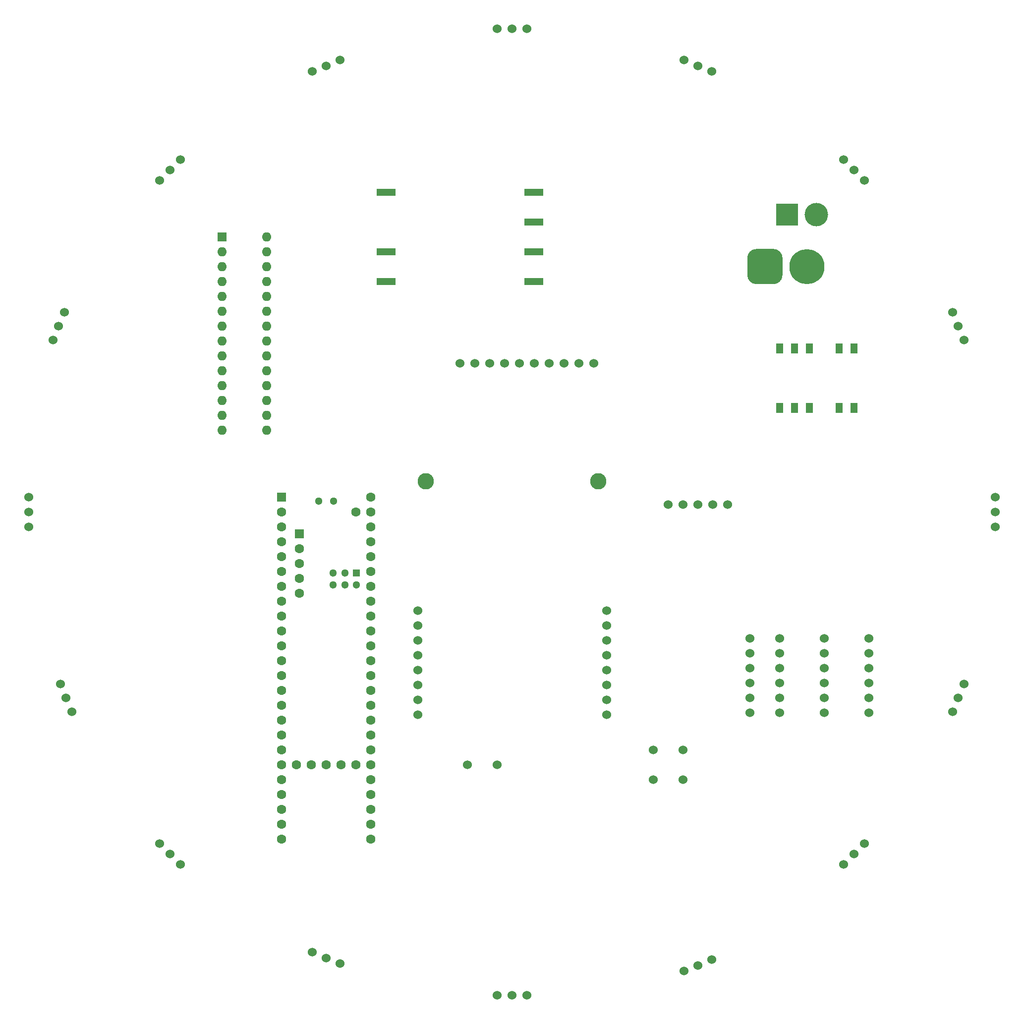
<source format=gbr>
%TF.GenerationSoftware,KiCad,Pcbnew,5.1.9+dfsg1-1+deb11u1*%
%TF.CreationDate,2024-06-09T13:45:24+02:00*%
%TF.ProjectId,pcb_boven,7063625f-626f-4766-956e-2e6b69636164,rev?*%
%TF.SameCoordinates,Original*%
%TF.FileFunction,Soldermask,Top*%
%TF.FilePolarity,Negative*%
%FSLAX46Y46*%
G04 Gerber Fmt 4.6, Leading zero omitted, Abs format (unit mm)*
G04 Created by KiCad (PCBNEW 5.1.9+dfsg1-1+deb11u1) date 2024-06-09 13:45:24*
%MOMM*%
%LPD*%
G01*
G04 APERTURE LIST*
%ADD10C,1.524000*%
%ADD11C,1.300000*%
%ADD12C,1.600000*%
%ADD13R,1.300000X1.300000*%
%ADD14R,1.600000X1.600000*%
%ADD15C,2.794000*%
%ADD16C,6.000000*%
%ADD17C,4.000000*%
%ADD18R,3.800000X3.800000*%
%ADD19R,1.200000X1.800000*%
%ADD20R,3.200000X1.200000*%
%ADD21O,1.600000X1.600000*%
G04 APERTURE END LIST*
D10*
%TO.C,pcb_conn1*%
X114300000Y-74930000D03*
X111760000Y-74930000D03*
X109220000Y-74930000D03*
X106680000Y-74930000D03*
X104140000Y-74930000D03*
X101600000Y-74930000D03*
X99060000Y-74930000D03*
X96520000Y-74930000D03*
X93980000Y-74930000D03*
X91440000Y-74930000D03*
%TD*%
D11*
%TO.C,control_board1*%
X69850000Y-98520000D03*
X67310000Y-98520000D03*
D12*
X73660000Y-143510000D03*
X71120000Y-143510000D03*
X68580000Y-143510000D03*
X66040000Y-143510000D03*
X63500000Y-143510000D03*
D11*
X69761600Y-110760000D03*
X69761600Y-112760000D03*
X71761600Y-112760000D03*
X71761600Y-110760000D03*
X73761600Y-112760000D03*
D13*
X73761600Y-110760000D03*
D12*
X60960000Y-138430000D03*
X60960000Y-140970000D03*
X60960000Y-143510000D03*
X60960000Y-146050000D03*
X60960000Y-135890000D03*
X60960000Y-133350000D03*
X60960000Y-130810000D03*
X60960000Y-148590000D03*
X60960000Y-151130000D03*
X60960000Y-153670000D03*
X60960000Y-156210000D03*
X76200000Y-156210000D03*
X76200000Y-153670000D03*
X76200000Y-151130000D03*
X76200000Y-148590000D03*
X76200000Y-146050000D03*
X76200000Y-143510000D03*
X76200000Y-140970000D03*
X76200000Y-138430000D03*
X76200000Y-135890000D03*
X76200000Y-133350000D03*
X60960000Y-128270000D03*
X60960000Y-125730000D03*
X60960000Y-123190000D03*
X60960000Y-120650000D03*
X60960000Y-118110000D03*
X60960000Y-115570000D03*
X60960000Y-113030000D03*
X60960000Y-110490000D03*
X60960000Y-107950000D03*
X60960000Y-105410000D03*
X60960000Y-102870000D03*
X60960000Y-100330000D03*
D14*
X60960000Y-97790000D03*
D12*
X76200000Y-130810000D03*
X76200000Y-128270000D03*
X76200000Y-125730000D03*
X76200000Y-123190000D03*
X76200000Y-120650000D03*
X76200000Y-118110000D03*
X76200000Y-115570000D03*
X76200000Y-113030000D03*
X76200000Y-110490000D03*
X76200000Y-107950000D03*
X76200000Y-105410000D03*
X76200000Y-102870000D03*
X76200000Y-100330000D03*
X76200000Y-97790000D03*
D14*
X64010800Y-104089200D03*
D12*
X64010800Y-106629200D03*
X64010800Y-109169200D03*
X64010800Y-111709200D03*
X64010800Y-114249200D03*
X73660000Y-100330000D03*
%TD*%
D10*
%TO.C,ir_sensor_9*%
X97790000Y-182880000D03*
X100330000Y-182880000D03*
X102870000Y-182880000D03*
%TD*%
%TO.C,ir_sensor_1*%
X102870000Y-17780000D03*
X100330000Y-17780000D03*
X97790000Y-17780000D03*
%TD*%
%TO.C,ir_sensor_2*%
X70926654Y-23157984D03*
X68580000Y-24130000D03*
X66233346Y-25102016D03*
%TD*%
%TO.C,ir_sensor_8*%
X66233346Y-175557984D03*
X68580000Y-176530000D03*
X70926654Y-177502016D03*
%TD*%
%TO.C,ir_sensor_12*%
X175557984Y-134426654D03*
X176530000Y-132080000D03*
X177502016Y-129733346D03*
%TD*%
%TO.C,U2*%
X116459000Y-132461000D03*
X116459000Y-135001000D03*
D15*
X115062000Y-95123000D03*
X85598000Y-95123000D03*
D10*
X84201000Y-135001000D03*
X84201000Y-132461000D03*
X84201000Y-129921000D03*
X84201000Y-127381000D03*
X84201000Y-124841000D03*
X84201000Y-122301000D03*
X84201000Y-119761000D03*
X116459000Y-117221000D03*
X116459000Y-119761000D03*
X116459000Y-122301000D03*
X116459000Y-124841000D03*
X116459000Y-127381000D03*
X116459000Y-129921000D03*
X84201000Y-117221000D03*
%TD*%
%TO.C,xt60*%
G36*
G01*
X140510000Y-59920000D02*
X140510000Y-56920000D01*
G75*
G02*
X142010000Y-55420000I1500000J0D01*
G01*
X145010000Y-55420000D01*
G75*
G02*
X146510000Y-56920000I0J-1500000D01*
G01*
X146510000Y-59920000D01*
G75*
G02*
X145010000Y-61420000I-1500000J0D01*
G01*
X142010000Y-61420000D01*
G75*
G02*
X140510000Y-59920000I0J1500000D01*
G01*
G37*
D16*
X150710000Y-58420000D03*
%TD*%
D17*
%TO.C,xt30*%
X152320000Y-49530000D03*
D18*
X147320000Y-49530000D03*
%TD*%
D19*
%TO.C,5V_converter1*%
X146050000Y-82570000D03*
X148590000Y-82570000D03*
X151130000Y-82570000D03*
X156210000Y-82570000D03*
X158750000Y-82570000D03*
X158750000Y-72370000D03*
X156210000Y-72370000D03*
X151130000Y-72370000D03*
X148590000Y-72370000D03*
X146050000Y-72370000D03*
%TD*%
D20*
%TO.C,3V3_converter1*%
X78840000Y-45720000D03*
X78840000Y-55880000D03*
X78840000Y-60960000D03*
X104040000Y-60960000D03*
X104040000Y-55880000D03*
X104040000Y-50800000D03*
X104040000Y-45720000D03*
%TD*%
D10*
%TO.C,U1*%
X137160000Y-99060000D03*
X134620000Y-99060000D03*
X132080000Y-99060000D03*
X129540000Y-99060000D03*
X127000000Y-99060000D03*
%TD*%
%TO.C,R7*%
X146050000Y-121920000D03*
X140970000Y-121920000D03*
%TD*%
%TO.C,R6*%
X146050000Y-124460000D03*
X140970000Y-124460000D03*
%TD*%
%TO.C,R5*%
X146050000Y-127000000D03*
X140970000Y-127000000D03*
%TD*%
%TO.C,R4*%
X146050000Y-129540000D03*
X140970000Y-129540000D03*
%TD*%
%TO.C,R3*%
X146050000Y-132080000D03*
X140970000Y-132080000D03*
%TD*%
%TO.C,R2*%
X146050000Y-134620000D03*
X140970000Y-134620000D03*
%TD*%
%TO.C,R1*%
X129540000Y-140970000D03*
X124460000Y-140970000D03*
%TD*%
D21*
%TO.C,Portmultiplexer1*%
X58420000Y-53340000D03*
X50800000Y-86360000D03*
X58420000Y-55880000D03*
X50800000Y-83820000D03*
X58420000Y-58420000D03*
X50800000Y-81280000D03*
X58420000Y-60960000D03*
X50800000Y-78740000D03*
X58420000Y-63500000D03*
X50800000Y-76200000D03*
X58420000Y-66040000D03*
X50800000Y-73660000D03*
X58420000Y-68580000D03*
X50800000Y-71120000D03*
X58420000Y-71120000D03*
X50800000Y-68580000D03*
X58420000Y-73660000D03*
X50800000Y-66040000D03*
X58420000Y-76200000D03*
X50800000Y-63500000D03*
X58420000Y-78740000D03*
X50800000Y-60960000D03*
X58420000Y-81280000D03*
X50800000Y-58420000D03*
X58420000Y-83820000D03*
X50800000Y-55880000D03*
X58420000Y-86360000D03*
D14*
X50800000Y-53340000D03*
%TD*%
D10*
%TO.C,ir_sensor_16*%
X134426654Y-25102016D03*
X132080000Y-24130000D03*
X129733346Y-23157984D03*
%TD*%
%TO.C,ir_sensor_15*%
X160546051Y-43706051D03*
X158750000Y-41910000D03*
X156953949Y-40113949D03*
%TD*%
%TO.C,ir_sensor_14*%
X177502016Y-70926654D03*
X176530000Y-68580000D03*
X175557984Y-66233346D03*
%TD*%
%TO.C,ir_sensor_13*%
X182880000Y-102870000D03*
X182880000Y-100330000D03*
X182880000Y-97790000D03*
%TD*%
%TO.C,ir_sensor_11*%
X156953949Y-160546051D03*
X158750000Y-158750000D03*
X160546051Y-156953949D03*
%TD*%
%TO.C,ir_sensor_10*%
X129733346Y-178772016D03*
X132080000Y-177800000D03*
X134426654Y-176827984D03*
%TD*%
%TO.C,ir_sensor_7*%
X40113949Y-156953949D03*
X41910000Y-158750000D03*
X43706051Y-160546051D03*
%TD*%
%TO.C,ir_sensor_6*%
X23157984Y-129733346D03*
X24130000Y-132080000D03*
X25102016Y-134426654D03*
%TD*%
%TO.C,ir_sensor_5*%
X17780000Y-97790000D03*
X17780000Y-100330000D03*
X17780000Y-102870000D03*
%TD*%
%TO.C,ir_sensor_4*%
X23832016Y-66233346D03*
X22860000Y-68580000D03*
X21887984Y-70926654D03*
%TD*%
%TO.C,ir_sensor_3*%
X43706051Y-40113949D03*
X41910000Y-41910000D03*
X40113949Y-43706051D03*
%TD*%
%TO.C,goal_kleur1*%
X129540000Y-146050000D03*
X124460000Y-146050000D03*
%TD*%
%TO.C,dip_swith_instellinen1*%
X153670000Y-134620000D03*
X153670000Y-132080000D03*
X153670000Y-129540000D03*
X153670000Y-127000000D03*
X153670000Y-124460000D03*
X153670000Y-121920000D03*
X161290000Y-121920000D03*
X161290000Y-124460000D03*
X161290000Y-127000000D03*
X161290000Y-129540000D03*
X161290000Y-132080000D03*
X161290000Y-134620000D03*
%TD*%
%TO.C,BZ1*%
X97790000Y-143510000D03*
X92710000Y-143510000D03*
%TD*%
M02*

</source>
